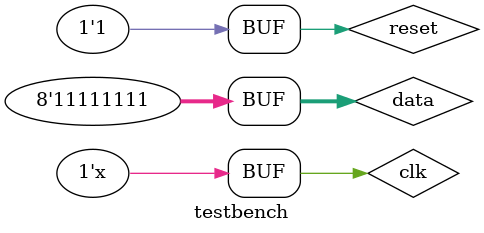
<source format=v>
`timescale 1ns / 1ps


module testbench;
reg clk;
reg [7:0] data;
reg reset;
wire [15:0] crc;

crc test(
.clk(clk), 
.data(data), 
.reset(reset), 
.crc(crc)
);

initial begin
clk=0;
data=0;
reset=0;

#100
reset = 1;
data =8'b11111111;

#50
reset=0;
#50
reset=1;

end
always #50 clk=~clk;
endmodule


</source>
